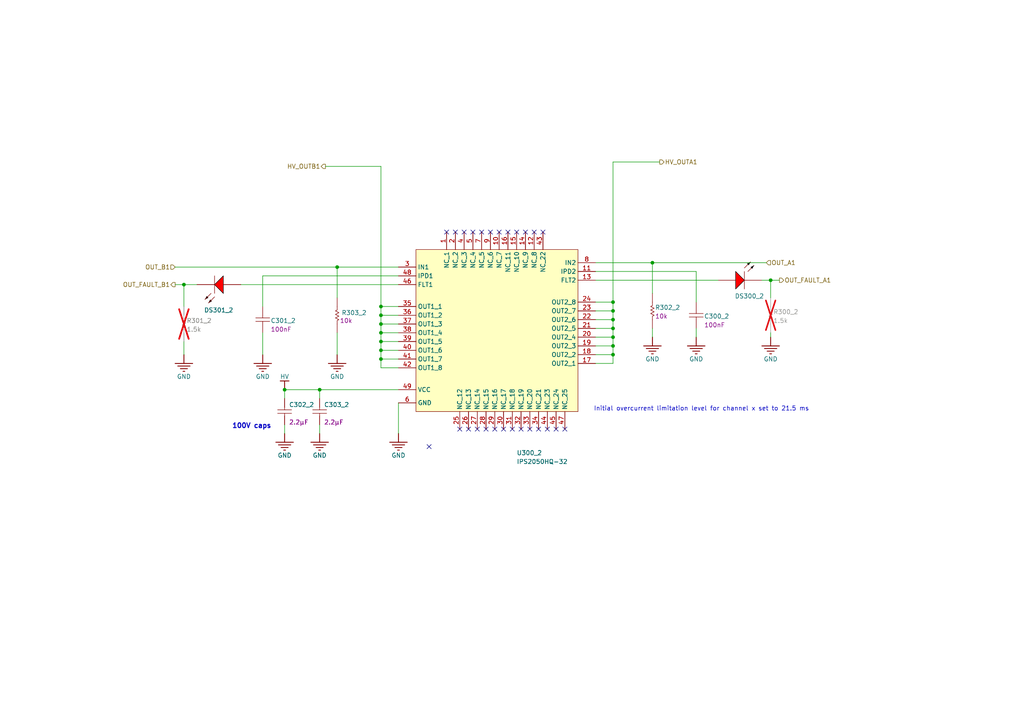
<source format=kicad_sch>
(kicad_sch (version 20250114) (generator "eeschema") (generator_version "9.0")
  (paper "A4")
  (lib_symbols
    (symbol "ARDEP Power IO Shield Symbols:GND_POWER_GROUND" (power)
      (property "Value" "GND" (at 0 -6.35 0))
      (symbol "GND_POWER_GROUND_0_0"
        (polyline (pts (xy -2.54 -2.54) (xy 2.54 -2.54)) (stroke (width 0.254)))
        (polyline (pts (xy -1.778 -3.302) (xy 1.778 -3.302)) (stroke (width 0.254)))
        (polyline (pts (xy -1.016 -4.064) (xy 1.016 -4.064)) (stroke (width 0.254)))
        (polyline (pts (xy -0.254 -4.826) (xy 0.254 -4.826)) (stroke (width 0.254)))
        (polyline (pts (xy 0 0) (xy 0 -2.54)) (stroke (width 0.254)))
        (pin power_in line (at 0 0 0) (length 0) (hide yes) (name "GND") (number ""))
      )
    )
    (symbol "ARDEP Power IO Shield Symbols:HV_BAR" (power)
      (property "Value" "HV" (at 0 -3.81 0))
      (symbol "HV_BAR_0_0"
        (polyline (pts (xy -1.27 -2.54) (xy 1.27 -2.54)) (stroke (width 0.254)))
        (polyline (pts (xy 0 0) (xy 0 -2.54)) (stroke (width 0.254)))
        (pin power_in line (at 0 0 0) (length 0) (hide yes) (name "HV") (number ""))
      )
    )
    (symbol "ARDEP Power IO Shield Symbols:root_0_IPS2050HQ-32_Frickly Systems GmbH"
      (symbol "root_0_IPS2050HQ-32_Frickly Systems GmbH_1_0"
        (rectangle (start 52.07 12.7) (end 5.08 -34.29) (stroke (width 0) (color 128 0 0 1)) (fill (type background)))
        (pin passive line (at 0 7.62 0) (length 5.08) (name "IN1") (number "3"))
        (pin passive line (at 0 5.08 0) (length 5.08) (name "IPD1") (number "48"))
        (pin passive line (at 0 2.54 0) (length 5.08) (name "FLT1") (number "46"))
        (pin passive line (at 0 -3.81 0) (length 5.08) (name "OUT1_1") (number "35"))
        (pin passive line (at 0 -6.35 0) (length 5.08) (name "OUT1_2") (number "36"))
        (pin passive line (at 0 -8.89 0) (length 5.08) (name "OUT1_3") (number "37"))
        (pin passive line (at 0 -11.43 0) (length 5.08) (name "OUT1_4") (number "38"))
        (pin passive line (at 0 -13.97 0) (length 5.08) (name "OUT1_5") (number "39"))
        (pin passive line (at 0 -16.51 0) (length 5.08) (name "OUT1_6") (number "40"))
        (pin passive line (at 0 -19.05 0) (length 5.08) (name "OUT1_7") (number "41"))
        (pin passive line (at 0 -21.59 0) (length 5.08) (name "OUT1_8") (number "42"))
        (pin passive line (at 0 -27.94 0) (length 5.08) (name "VCC") (number "49"))
        (pin passive line (at 0 -31.75 0) (length 5.08) (name "GND") (number "6"))
        (pin passive line (at 13.97 17.78 270) (length 5.08) (name "NC_1") (number "1"))
        (pin passive line (at 16.51 17.78 270) (length 5.08) (name "NC_2") (number "2"))
        (pin passive line (at 17.78 -39.37 90) (length 5.08) (name "NC_12") (number "25"))
        (pin passive line (at 19.05 17.78 270) (length 5.08) (name "NC_3") (number "4"))
        (pin passive line (at 20.32 -39.37 90) (length 5.08) (name "NC_13") (number "26"))
        (pin passive line (at 21.59 17.78 270) (length 5.08) (name "NC_4") (number "5"))
        (pin passive line (at 22.86 -39.37 90) (length 5.08) (name "NC_14") (number "27"))
        (pin passive line (at 24.13 17.78 270) (length 5.08) (name "NC_5") (number "7"))
        (pin passive line (at 25.4 -39.37 90) (length 5.08) (name "NC_15") (number "28"))
        (pin passive line (at 26.67 17.78 270) (length 5.08) (name "NC_6") (number "9"))
        (pin passive line (at 27.94 -39.37 90) (length 5.08) (name "NC_16") (number "29"))
        (pin passive line (at 29.21 17.78 270) (length 5.08) (name "NC_7") (number "10"))
        (pin passive line (at 30.48 -39.37 90) (length 5.08) (name "NC_17") (number "30"))
        (pin passive line (at 31.75 17.78 270) (length 5.08) (name "NC_11") (number "16"))
        (pin passive line (at 33.02 -39.37 90) (length 5.08) (name "NC_18") (number "31"))
        (pin passive line (at 34.29 17.78 270) (length 5.08) (name "NC_10") (number "15"))
        (pin passive line (at 35.56 -39.37 90) (length 5.08) (name "NC_19") (number "32"))
        (pin passive line (at 36.83 17.78 270) (length 5.08) (name "NC_9") (number "14"))
        (pin passive line (at 38.1 -39.37 90) (length 5.08) (name "NC_20") (number "33"))
        (pin passive line (at 39.37 17.78 270) (length 5.08) (name "NC_8") (number "12"))
        (pin passive line (at 40.64 -39.37 90) (length 5.08) (name "NC_21") (number "34"))
        (pin passive line (at 41.91 17.78 270) (length 5.08) (name "NC_22") (number "43"))
        (pin passive line (at 43.18 -39.37 90) (length 5.08) (name "NC_23") (number "44"))
        (pin passive line (at 45.72 -39.37 90) (length 5.08) (name "NC_24") (number "45"))
        (pin passive line (at 48.26 -39.37 90) (length 5.08) (name "NC_25") (number "47"))
        (pin passive line (at 57.15 8.89 180) (length 5.08) (name "IN2") (number "8"))
        (pin passive line (at 57.15 6.35 180) (length 5.08) (name "IPD2") (number "11"))
        (pin passive line (at 57.15 3.81 180) (length 5.08) (name "FLT2") (number "13"))
        (pin passive line (at 57.15 -2.54 180) (length 5.08) (name "OUT2_8") (number "24"))
        (pin passive line (at 57.15 -5.08 180) (length 5.08) (name "OUT2_7") (number "23"))
        (pin passive line (at 57.15 -7.62 180) (length 5.08) (name "OUT2_6") (number "22"))
        (pin passive line (at 57.15 -10.16 180) (length 5.08) (name "OUT2_5") (number "21"))
        (pin passive line (at 57.15 -12.7 180) (length 5.08) (name "OUT2_4") (number "20"))
        (pin passive line (at 57.15 -15.24 180) (length 5.08) (name "OUT2_3") (number "19"))
        (pin passive line (at 57.15 -17.78 180) (length 5.08) (name "OUT2_2") (number "18"))
        (pin passive line (at 57.15 -20.32 180) (length 5.08) (name "OUT2_1") (number "17"))
      )
    )
    (symbol "ARDEP Power IO Shield Symbols:root_0_mirrored_LED-RED-AK-2_Frickly Systems GmbH" (pin_numbers (hide yes)) (pin_names (hide yes))
      (symbol "root_0_mirrored_LED-RED-AK-2_Frickly Systems GmbH_1_0"
        (polyline (pts (xy -2.54 2.54) (xy 0 0) (xy -2.54 -2.54) (xy -2.54 2.54)) (stroke (width 0) (color 0 0 0 1)) (fill (type color) (color 255 0 0 1)))
        (polyline (pts (xy 0 3.556) (xy 1.778 5.334)))
        (polyline (pts (xy 0 -2.54) (xy 0 2.54)))
        (polyline (pts (xy 1.016 2.54) (xy 2.794 4.318)))
        (polyline (pts (xy 1.778 5.334) (xy 1.27 4.318) (xy 0.762 4.826) (xy 1.778 5.334)) (stroke (width -0.0001) (color 0 0 0 1)) (fill (type outline)))
        (polyline (pts (xy 2.794 4.318) (xy 2.286 3.302) (xy 1.778 3.81) (xy 2.794 4.318)) (stroke (width -0.0001) (color 0 0 0 1)) (fill (type outline)))
        (pin passive line (at -7.62 0 0) (length 5.08) (name "A") (number "2"))
        (pin passive line (at 5.08 0 180) (length 5.08) (name "K") (number "1"))
      )
    )
    (symbol "ARDEP Power IO Shield Symbols:root_1_Resistor_Frickly Systems GmbH" (pin_numbers (hide yes)) (pin_names (hide yes))
      (symbol "root_1_Resistor_Frickly Systems GmbH_1_0"
        (polyline (pts (xy 0 5.08) (xy 0 4.064) (xy 0.508 3.81) (xy -0.508 3.302) (xy 0.508 2.794) (xy -0.508 2.286) (xy 0.508 1.778) (xy -0.508 1.27) (xy 0 1.016) (xy 0 0)))
        (pin passive line (at 0 7.62 270) (length 2.54) (name "2") (number "2"))
        (pin passive line (at 0 -2.54 90) (length 2.54) (name "1") (number "1"))
      )
    )
    (symbol "ARDEP Power IO Shield Symbols:root_1_mirrored_Capacitor_Frickly Systems GmbH" (pin_numbers (hide yes)) (pin_names (hide yes))
      (symbol "root_1_mirrored_Capacitor_Frickly Systems GmbH_1_0"
        (polyline (pts (xy -2.032 3.302) (xy 2.032 3.302)))
        (polyline (pts (xy 0 5.08) (xy 0 4.318)))
        (polyline (pts (xy 0 2.54) (xy 0 3.302)))
        (polyline (pts (xy 2.032 4.318) (xy -2.032 4.318)))
        (pin passive line (at 0 7.62 270) (length 2.54) (name "2") (number "2"))
        (pin passive line (at 0 0 90) (length 2.54) (name "1") (number "1"))
      )
    )
    (symbol "ARDEP Power IO Shield Symbols:root_1_mirrored_Resistor_Frickly Systems GmbH" (pin_numbers (hide yes)) (pin_names (hide yes))
      (symbol "root_1_mirrored_Resistor_Frickly Systems GmbH_1_0"
        (polyline (pts (xy 0 5.08) (xy 0 4.064) (xy -0.508 3.81) (xy 0.508 3.302) (xy -0.508 2.794) (xy 0.508 2.286) (xy -0.508 1.778) (xy 0.508 1.27) (xy 0 1.016) (xy 0 0)))
        (pin passive line (at 0 7.62 270) (length 2.54) (name "2") (number "2"))
        (pin passive line (at 0 -2.54 90) (length 2.54) (name "1") (number "1"))
      )
    )
    (symbol "ARDEP Power IO Shield Symbols:root_2_mirrored_LED-RED-AK-2_Frickly Systems GmbH" (pin_numbers (hide yes)) (pin_names (hide yes))
      (symbol "root_2_mirrored_LED-RED-AK-2_Frickly Systems GmbH_1_0"
        (polyline (pts (xy -2.794 -4.318) (xy -2.286 -3.302) (xy -1.778 -3.81) (xy -2.794 -4.318)) (stroke (width -0.0001) (color 0 0 0 1)) (fill (type outline)))
        (polyline (pts (xy -1.778 -5.334) (xy -1.27 -4.318) (xy -0.762 -4.826) (xy -1.778 -5.334)) (stroke (width -0.0001) (color 0 0 0 1)) (fill (type outline)))
        (polyline (pts (xy -1.016 -2.54) (xy -2.794 -4.318)))
        (polyline (pts (xy 0 2.54) (xy 0 -2.54)))
        (polyline (pts (xy 0 -3.556) (xy -1.778 -5.334)))
        (polyline (pts (xy 2.54 -2.54) (xy 0 0) (xy 2.54 2.54) (xy 2.54 -2.54)) (stroke (width 0) (color 0 0 0 1)) (fill (type color) (color 255 0 0 1)))
        (pin passive line (at -5.08 0 0) (length 5.08) (name "K") (number "1"))
        (pin passive line (at 7.62 0 180) (length 5.08) (name "A") (number "2"))
      )
    )
    (symbol "root_1_mirrored_Capacitor_Frickly Systems GmbH_1" (pin_numbers (hide yes)) (pin_names (hide yes))
      (symbol "root_1_mirrored_Capacitor_Frickly Systems GmbH_1_1_0"
        (polyline (pts (xy -2.032 3.302) (xy 2.032 3.302)))
        (polyline (pts (xy 0 5.08) (xy 0 4.318)))
        (polyline (pts (xy 0 2.54) (xy 0 3.302)))
        (polyline (pts (xy 2.032 4.318) (xy -2.032 4.318)))
        (pin passive line (at 0 7.62 270) (length 2.54) (name "2") (number "2"))
        (pin passive line (at 0 0 90) (length 2.54) (name "1") (number "1"))
      )
    )
    (symbol "root_1_mirrored_Capacitor_Frickly Systems GmbH_2" (pin_numbers (hide yes)) (pin_names (hide yes))
      (symbol "root_1_mirrored_Capacitor_Frickly Systems GmbH_2_1_0"
        (polyline (pts (xy -2.032 3.302) (xy 2.032 3.302)))
        (polyline (pts (xy 0 5.08) (xy 0 4.318)))
        (polyline (pts (xy 0 2.54) (xy 0 3.302)))
        (polyline (pts (xy 2.032 4.318) (xy -2.032 4.318)))
        (pin passive line (at 0 7.62 270) (length 2.54) (name "2") (number "2"))
        (pin passive line (at 0 0 90) (length 2.54) (name "1") (number "1"))
      )
    )
  )
  (text "100V caps" (at 78.74 124.46 0) (effects (font (size 1.397 1.397) (thickness 0.2794) (bold yes)) (justify right bottom)))
  (text "Initial overcurrent limitation level for channel x set to 21.5 ms" (at 234.696 119.38 0) (effects (font (size 1.27 1.27)) (justify right bottom)))
  (junction (at 223.52 81.28))
  (junction (at 177.8 100.33))
  (junction (at 177.8 102.87))
  (junction (at 189.23 76.2))
  (junction (at 110.49 91.44))
  (junction (at 110.49 93.98))
  (junction (at 110.49 88.9))
  (junction (at 110.49 101.6))
  (junction (at 110.49 99.06))
  (junction (at 97.79 77.47))
  (junction (at 177.8 90.17))
  (junction (at 53.34 82.55))
  (junction (at 177.8 97.79))
  (junction (at 177.8 95.25))
  (junction (at 177.8 92.71))
  (junction (at 110.49 104.14))
  (junction (at 82.55 113.03))
  (junction (at 92.71 113.03))
  (junction (at 177.8 87.63))
  (junction (at 110.49 96.52))
  (no_connect (at 134.62 67.31))
  (no_connect (at 138.43 124.46))
  (no_connect (at 161.29 124.46))
  (no_connect (at 133.35 124.46))
  (no_connect (at 152.4 67.31))
  (no_connect (at 154.94 67.31))
  (no_connect (at 149.86 67.31))
  (no_connect (at 140.97 124.46))
  (no_connect (at 151.13 124.46))
  (no_connect (at 144.78 67.31))
  (no_connect (at 124.46 129.54))
  (no_connect (at 147.32 67.31))
  (no_connect (at 156.21 124.46))
  (no_connect (at 135.89 124.46))
  (no_connect (at 158.75 124.46))
  (no_connect (at 143.51 124.46))
  (no_connect (at 139.7 67.31))
  (no_connect (at 157.48 67.31))
  (no_connect (at 148.59 124.46))
  (no_connect (at 142.24 67.31))
  (no_connect (at 129.54 67.31))
  (no_connect (at 132.08 67.31))
  (no_connect (at 146.05 124.46))
  (no_connect (at 137.16 67.31))
  (no_connect (at 153.67 124.46))
  (no_connect (at 163.83 124.46))
  (wire (pts (xy 76.2 80.01) (xy 76.2 88.9)))
  (wire (pts (xy 110.49 48.26) (xy 110.49 88.9)))
  (wire (pts (xy 189.23 97.79) (xy 189.23 95.25)))
  (wire (pts (xy 97.79 77.47) (xy 97.79 86.36)))
  (wire (pts (xy 115.57 77.47) (xy 97.79 77.47)))
  (wire (pts (xy 177.8 95.25) (xy 177.8 97.79)))
  (wire (pts (xy 177.8 97.79) (xy 177.8 100.33)))
  (wire (pts (xy 97.79 77.47) (xy 50.8 77.47)))
  (wire (pts (xy 172.72 81.28) (xy 208.28 81.28)))
  (wire (pts (xy 177.8 87.63) (xy 172.72 87.63)))
  (wire (pts (xy 53.34 82.55) (xy 57.15 82.55)))
  (wire (pts (xy 201.93 97.79) (xy 201.93 95.25)))
  (wire (pts (xy 172.72 78.74) (xy 201.93 78.74)))
  (wire (pts (xy 82.55 113.03) (xy 82.55 115.57)))
  (wire (pts (xy 177.8 100.33) (xy 172.72 100.33)))
  (wire (pts (xy 177.8 90.17) (xy 172.72 90.17)))
  (wire (pts (xy 53.34 88.9) (xy 53.34 82.55)))
  (wire (pts (xy 177.8 46.99) (xy 177.8 87.63)))
  (wire (pts (xy 201.93 78.74) (xy 201.93 87.63)))
  (wire (pts (xy 177.8 92.71) (xy 172.72 92.71)))
  (wire (pts (xy 110.49 91.44) (xy 110.49 93.98)))
  (wire (pts (xy 110.49 88.9) (xy 115.57 88.9)))
  (wire (pts (xy 110.49 99.06) (xy 115.57 99.06)))
  (wire (pts (xy 92.71 123.19) (xy 92.71 125.73)))
  (wire (pts (xy 222.25 76.2) (xy 189.23 76.2)))
  (wire (pts (xy 110.49 101.6) (xy 115.57 101.6)))
  (wire (pts (xy 223.52 81.28) (xy 226.06 81.28)))
  (wire (pts (xy 220.98 81.28) (xy 223.52 81.28)))
  (wire (pts (xy 177.8 97.79) (xy 172.72 97.79)))
  (wire (pts (xy 115.57 80.01) (xy 76.2 80.01)))
  (wire (pts (xy 92.71 113.03) (xy 115.57 113.03)))
  (wire (pts (xy 94.398 48.26) (xy 110.49 48.26)))
  (wire (pts (xy 110.49 93.98) (xy 115.57 93.98)))
  (wire (pts (xy 223.52 86.36) (xy 223.52 81.28)))
  (wire (pts (xy 110.49 106.68) (xy 115.57 106.68)))
  (wire (pts (xy 50.8 82.55) (xy 53.34 82.55)))
  (wire (pts (xy 69.85 82.55) (xy 115.57 82.55)))
  (wire (pts (xy 177.8 102.87) (xy 172.72 102.87)))
  (wire (pts (xy 110.49 104.14) (xy 115.57 104.14)))
  (wire (pts (xy 177.8 105.41) (xy 172.72 105.41)))
  (wire (pts (xy 92.71 115.57) (xy 92.71 113.03)))
  (wire (pts (xy 191.352 46.99) (xy 177.8 46.99)))
  (wire (pts (xy 97.79 102.87) (xy 97.79 96.52)))
  (wire (pts (xy 189.23 85.09) (xy 189.23 76.2)))
  (wire (pts (xy 82.55 123.19) (xy 82.55 125.73)))
  (wire (pts (xy 177.8 95.25) (xy 172.72 95.25)))
  (wire (pts (xy 53.34 102.87) (xy 53.34 99.06)))
  (wire (pts (xy 110.49 88.9) (xy 110.49 91.44)))
  (wire (pts (xy 177.8 87.63) (xy 177.8 90.17)))
  (wire (pts (xy 223.52 97.79) (xy 223.52 96.52)))
  (wire (pts (xy 110.49 93.98) (xy 110.49 96.52)))
  (wire (pts (xy 189.23 76.2) (xy 172.72 76.2)))
  (wire (pts (xy 82.55 113.03) (xy 92.71 113.03)))
  (wire (pts (xy 177.8 102.87) (xy 177.8 105.41)))
  (wire (pts (xy 177.8 90.17) (xy 177.8 92.71)))
  (wire (pts (xy 110.49 101.6) (xy 110.49 104.14)))
  (wire (pts (xy 110.49 91.44) (xy 115.57 91.44)))
  (wire (pts (xy 76.2 102.87) (xy 76.2 96.52)))
  (wire (pts (xy 115.57 125.73) (xy 115.57 116.84)))
  (wire (pts (xy 110.49 99.06) (xy 110.49 101.6)))
  (wire (pts (xy 177.8 92.71) (xy 177.8 95.25)))
  (wire (pts (xy 177.8 100.33) (xy 177.8 102.87)))
  (wire (pts (xy 110.49 96.52) (xy 115.57 96.52)))
  (wire (pts (xy 110.49 96.52) (xy 110.49 99.06)))
  (wire (pts (xy 110.49 104.14) (xy 110.49 106.68)))
  (hierarchical_label "OUT_B1" (shape input) (at 50.8 77.47 180))
  (hierarchical_label "HV_OUTB1" (shape output) (at 94.398 48.26 180))
  (hierarchical_label "HV_OUTA1" (shape output) (at 191.352 46.99 0))
  (hierarchical_label "OUT_FAULT_B1" (shape output) (at 50.8 82.55 180))
  (hierarchical_label "OUT_FAULT_A1" (shape output) (at 226.06 81.28 0))
  (hierarchical_label "OUT_A1" (shape input) (at 222.25 76.2 0))
  (symbol (lib_id "ARDEP Power IO Shield Symbols:GND_POWER_GROUND") (at 223.52 97.79 0) (unit 1)
    (property "Reference" "#PWR031" (effects (hide yes)))
    (property "Value" "GND" (at 223.52 104.14 0))
  )
  (symbol (lib_id "ARDEP Power IO Shield Symbols:GND_POWER_GROUND") (at 189.23 97.79 0) (unit 1)
    (property "Reference" "#PWR029" (effects (hide yes)))
    (property "Value" "GND" (at 189.23 104.14 0))
  )
  (symbol (lib_id "ARDEP Power IO Shield Symbols:root_0_mirrored_LED-RED-AK-2_Frickly Systems GmbH") (at 215.9 81.28 0) (unit 1)
    (property "Reference" "DS300_2" (at 213.106 86.614 0) (effects (justify left bottom)))
    (property "Value" "150080RS75000" (effects (hide yes)))
    (property "Footprint" "LED_0805_JB" (effects (hide yes)))
    (property "Description" "Single Color LED, Red, Water Clear, 1.4mm" (effects (hide yes)))
    (property "PINS" "2" (effects (hide yes)))
    (property "FORWARD VOLTAGE" "2V" (effects (hide yes)))
    (property "COLOUR" "Red" (effects (hide yes)))
    (property "ROHS COMPLIANT" "Yes" (effects (hide yes)))
    (property "MAX OPERATING TEMPERATURE" "85°C" (effects (hide yes)))
    (property "CASE/PACKAGE" "0805" (effects (hide yes)))
    (property "MOUNTING TECHNOLOGY" "SMD" (effects (hide yes)))
    (property "MIN OPERATING TEMPERATURE" "-40°C" (effects (hide yes)))
    (property "FORWARD CURRENT" "20mA" (effects (hide yes)))
  )
  (symbol (lib_id "ARDEP Power IO Shield Symbols:root_0_IPS2050HQ-32_Frickly Systems GmbH") (at 115.57 85.09 0) (unit 1)
    (property "Reference" "U300_2" (at 149.86 132.08 0) (effects (justify left bottom)))
    (property "Value" "IPS2050HQ-32" (at 149.86 134.62 0) (effects (justify left bottom)))
    (property "Footprint" "QFN50P800X600X90_HS-49N" (effects (hide yes)))
    (property "Description" "High efficiency, high-side switch with extended diagnostics and smart driving for capacitive loads" (effects (hide yes)))
    (property "OPERATING TEMPERATURE MIN" "-40" (effects (hide yes)))
    (property "OPERATING TEMPERATURE MAX" "125" (effects (hide yes)))
    (property "PACKAGING" "QFN-48" (effects (hide yes)))
    (property "MOUNT" "SMD" (effects (hide yes)))
    (property "PIN COUNT" "48" (effects (hide yes)))
    (property "MAX OUTPUT CURRENT" "5.6A" (effects (hide yes)))
    (property "MAX SUPPLY VOLTAGE" "60V" (effects (hide yes)))
    (property "MIN SUPPLY VOLTAGE" "8V" (effects (hide yes)))
    (property "NUMBER OF CHANNELS" "2" (effects (hide yes)))
    (property "NUMBER OF TERMINALS" "48" (effects (hide yes)))
    (property "TERMINAL PITCH" "500µm" (effects (hide yes)))
  )
  (symbol (lib_id "ARDEP Power IO Shield Symbols:GND_POWER_GROUND") (at 53.34 102.87 0) (unit 1)
    (property "Reference" "#PWR022" (effects (hide yes)))
    (property "Value" "GND" (at 53.34 109.22 0))
  )
  (symbol (lib_id "ARDEP Power IO Shield Symbols:GND_POWER_GROUND") (at 82.55 125.73 0) (unit 1)
    (property "Reference" "#PWR025" (effects (hide yes)))
    (property "Value" "GND" (at 82.55 132.08 0))
  )
  (symbol (lib_id "ARDEP Power IO Shield Symbols:root_1_mirrored_Resistor_Frickly Systems GmbH") (at 97.79 93.98 0) (unit 1)
    (property "Reference" "R303_2" (at 99.06 91.44 0) (effects (justify left bottom)))
    (property "Value" "Resistor 10k +/-1% 0603 100mW" (effects (hide yes)))
    (property "Footprint" "R_0603_JB" (effects (hide yes)))
    (property "Description" "Chip Resistor, 10 KOhm, +/-1%, 0.1 W, -55 to 155 degC, 0603 (1608 Metric)" (effects (hide yes)))
    (property "ALTIUM_VALUE" "10k" (at 98.552 93.726 0) (effects (justify left bottom)))
    (property "MAX OPERATING TEMPERATURE" "155°C" (effects (hide yes)))
    (property "ROHS COMPLIANT" "Yes" (effects (hide yes)))
    (property "TOLERANCE" "1%" (effects (hide yes)))
    (property "PINS" "2" (effects (hide yes)))
    (property "POWER" "100mW" (effects (hide yes)))
    (property "MIN OPERATING TEMPERATURE" "-55°C" (effects (hide yes)))
    (property "MOUNTING TECHNOLOGY" "Surface Mount" (effects (hide yes)))
    (property "CASE/PACKAGE" "0603" (effects (hide yes)))
    (property "VOLTAGE RATING" "75V" (effects (hide yes)))
  )
  (symbol (lib_id "ARDEP Power IO Shield Symbols:HV_BAR") (at 82.55 113.03 180) (unit 1)
    (property "Reference" "#PWR024" (effects (hide yes)))
    (property "Value" "HV" (at 82.55 109.22 0))
  )
  (symbol (lib_id "ARDEP Power IO Shield Symbols:root_1_mirrored_Resistor_Frickly Systems GmbH") (at 189.23 92.71 0) (unit 1)
    (property "Reference" "R302_2" (at 189.992 89.916 0) (effects (justify left bottom)))
    (property "Value" "Resistor 10k +/-1% 0603 100mW" (effects (hide yes)))
    (property "Footprint" "R_0603_JB" (effects (hide yes)))
    (property "Description" "Chip Resistor, 10 KOhm, +/-1%, 0.1 W, -55 to 155 degC, 0603 (1608 Metric)" (effects (hide yes)))
    (property "ALTIUM_VALUE" "10k" (at 189.992 92.456 0) (effects (justify left bottom)))
    (property "MAX OPERATING TEMPERATURE" "155°C" (effects (hide yes)))
    (property "ROHS COMPLIANT" "Yes" (effects (hide yes)))
    (property "TOLERANCE" "1%" (effects (hide yes)))
    (property "PINS" "2" (effects (hide yes)))
    (property "POWER" "100mW" (effects (hide yes)))
    (property "MIN OPERATING TEMPERATURE" "-55°C" (effects (hide yes)))
    (property "MOUNTING TECHNOLOGY" "Surface Mount" (effects (hide yes)))
    (property "CASE/PACKAGE" "0603" (effects (hide yes)))
    (property "VOLTAGE RATING" "75V" (effects (hide yes)))
  )
  (symbol (lib_id "ARDEP Power IO Shield Symbols:GND_POWER_GROUND") (at 115.57 125.73 0) (unit 1)
    (property "Reference" "#PWR028" (effects (hide yes)))
    (property "Value" "GND" (at 115.57 132.08 0))
  )
  (symbol (lib_id "ARDEP Power IO Shield Symbols:root_2_mirrored_LED-RED-AK-2_Frickly Systems GmbH") (at 62.23 82.55 0) (unit 1)
    (property "Reference" "DS301_2" (at 59.182 90.678 0) (effects (justify left bottom)))
    (property "Value" "150080RS75000" (effects (hide yes)))
    (property "Footprint" "LED_0805_JB" (effects (hide yes)))
    (property "Description" "Single Color LED, Red, Water Clear, 1.4mm" (effects (hide yes)))
    (property "PINS" "2" (effects (hide yes)))
    (property "FORWARD VOLTAGE" "2V" (effects (hide yes)))
    (property "COLOUR" "Red" (effects (hide yes)))
    (property "ROHS COMPLIANT" "Yes" (effects (hide yes)))
    (property "MAX OPERATING TEMPERATURE" "85°C" (effects (hide yes)))
    (property "CASE/PACKAGE" "0805" (effects (hide yes)))
    (property "MOUNTING TECHNOLOGY" "SMD" (effects (hide yes)))
    (property "MIN OPERATING TEMPERATURE" "-40°C" (effects (hide yes)))
    (property "FORWARD CURRENT" "20mA" (effects (hide yes)))
  )
  (symbol (lib_id "ARDEP Power IO Shield Symbols:GND_POWER_GROUND") (at 97.79 102.87 0) (unit 1)
    (property "Reference" "#PWR027" (effects (hide yes)))
    (property "Value" "GND" (at 97.79 109.22 0))
  )
  (symbol (lib_id "ARDEP Power IO Shield Symbols:GND_POWER_GROUND") (at 76.2 102.87 0) (unit 1)
    (property "Reference" "#PWR023" (effects (hide yes)))
    (property "Value" "GND" (at 76.2 109.22 0))
  )
  (symbol (lib_name "root_1_mirrored_Capacitor_Frickly Systems GmbH_1") (lib_id "ARDEP Power IO Shield Symbols:root_1_mirrored_Capacitor_Frickly Systems GmbH_1") (at 201.93 95.25 0) (unit 1)
    (property "Reference" "C300_2" (at 204.216 92.456 0) (effects (justify left bottom)))
    (property "Value" "C-100nF-10%-50V-0603-X7R" (effects (hide yes)))
    (property "Footprint" "C_0603_JB" (effects (hide yes)))
    (property "Description" "Ceramic Capacitor, Multilayer, Ceramic, 50V, 10% +Tol, 10% -Tol, X7R, 15% TC, 0.1uF, Surface Mount, 0603" (effects (hide yes)))
    (property "CASE/PACKAGE" "0603" (effects (hide yes)))
    (property "TOLERANCE" "10%" (effects (hide yes)))
    (property "ROHS COMPLIANT" "True" (effects (hide yes)))
    (property "MAX OPERATING TEMPERATURE" "125°C" (effects (hide yes)))
    (property "MIN OPERATING TEMPERATURE" "-55°C" (effects (hide yes)))
    (property "CAPACITANCE" "100nF" (at 204.216 94.996 0) (effects (justify left bottom)))
    (property "DIELECTRIC MATERIAL" "Ceramic" (effects (hide yes)))
    (property "MOUNT" "Surface Mount" (effects (hide yes)))
    (property "RATED DC VOLTAGE (URDC)" "50V" (effects (hide yes)))
    (property "TEMPERATURE CHARACTERISTICS CODE" "X7R" (effects (hide yes)))
  )
  (symbol (lib_id "ARDEP Power IO Shield Symbols:GND_POWER_GROUND") (at 92.71 125.73 0) (unit 1)
    (property "Reference" "#PWR026" (effects (hide yes)))
    (property "Value" "GND" (at 92.71 132.08 0))
  )
  (symbol (lib_name "root_1_mirrored_Capacitor_Frickly Systems GmbH_2") (lib_id "ARDEP Power IO Shield Symbols:root_1_mirrored_Capacitor_Frickly Systems GmbH_2") (at 76.2 96.52 0) (unit 1)
    (property "Reference" "C301_2" (at 78.486 93.726 0) (effects (justify left bottom)))
    (property "Value" "C-100nF-10%-50V-0603-X7R" (effects (hide yes)))
    (property "Footprint" "C_0603_JB" (effects (hide yes)))
    (property "Description" "Ceramic Capacitor, Multilayer, Ceramic, 50V, 10% +Tol, 10% -Tol, X7R, 15% TC, 0.1uF, Surface Mount, 0603" (effects (hide yes)))
    (property "CASE/PACKAGE" "0603" (effects (hide yes)))
    (property "TOLERANCE" "10%" (effects (hide yes)))
    (property "ROHS COMPLIANT" "True" (effects (hide yes)))
    (property "MAX OPERATING TEMPERATURE" "125°C" (effects (hide yes)))
    (property "MIN OPERATING TEMPERATURE" "-55°C" (effects (hide yes)))
    (property "CAPACITANCE" "100nF" (at 78.486 96.266 0) (effects (justify left bottom)))
    (property "DIELECTRIC MATERIAL" "Ceramic" (effects (hide yes)))
    (property "MOUNT" "Surface Mount" (effects (hide yes)))
    (property "RATED DC VOLTAGE (URDC)" "50V" (effects (hide yes)))
    (property "TEMPERATURE CHARACTERISTICS CODE" "X7R" (effects (hide yes)))
  )
  (symbol (lib_id "ARDEP Power IO Shield Symbols:GND_POWER_GROUND") (at 201.93 97.79 0) (unit 1)
    (property "Reference" "#PWR030" (effects (hide yes)))
    (property "Value" "GND" (at 201.93 104.14 0))
  )
  (symbol (lib_id "ARDEP Power IO Shield Symbols:root_1_mirrored_Capacitor_Frickly Systems GmbH") (at 92.71 123.19 0) (unit 1)
    (property "Reference" "C303_2" (at 93.98 118.11 0) (effects (justify left bottom)))
    (property "Value" "C-2.2uF-10%-100V-1210-X7R" (effects (hide yes)))
    (property "Footprint" "C_1210" (effects (hide yes)))
    (property "Description" "Ceramic Capacitor, Multilayer, Ceramic, 100V, 10% +Tol, 10% -Tol, X7R, 15% TC, 2.2uF, Surface Mount, 1210" (effects (hide yes)))
    (property "MIN OPERATING TEMPERATURE" "-55°C" (effects (hide yes)))
    (property "TOLERANCE" "10%" (effects (hide yes)))
    (property "MAX OPERATING TEMPERATURE" "125°C" (effects (hide yes)))
    (property "CASE/PACKAGE" "1210" (effects (hide yes)))
    (property "ROHS COMPLIANT" "Yes" (effects (hide yes)))
    (property "DIELECTRIC MATERIAL" "Ceramic" (effects (hide yes)))
    (property "CAPACITANCE" "2.2µF" (at 93.98 123.19 0) (effects (justify left bottom)))
    (property "RATED DC VOLTAGE (URDC)" "100V" (effects (hide yes)))
    (property "TEMPERATURE CHARACTERISTICS CODE" "X7R" (effects (hide yes)))
    (property "MOUNT" "Surface Mount" (effects (hide yes)))
    (property "TO BE CHECKED" "Yes, Part choices" (effects (hide yes)))
  )
  (symbol (lib_id "ARDEP Power IO Shield Symbols:root_1_Resistor_Frickly Systems GmbH") (at 53.34 96.52 0) (unit 1) (dnp yes)
    (property "Reference" "R301_2" (at 54.102 93.726 0) (effects (justify left bottom)))
    (property "Value" "1k5 +/-1% 0603 100 mW" (effects (hide yes)))
    (property "Footprint" "R_0603_JB" (effects (hide yes)))
    (property "Description" "Chip Resistor, 1,5 KOhm, +/-1%, 0.1 W, -55 to 155 degC, 0603 (1608 Metric)" (effects (hide yes)))
    (property "PINS" "2" (effects (hide yes)))
    (property "MIN OPERATING TEMPERATURE" "-55°C" (effects (hide yes)))
    (property "ROHS COMPLIANT" "True" (effects (hide yes)))
    (property "POWER" "100mW" (effects (hide yes)))
    (property "TOLERANCE" "1%" (effects (hide yes)))
    (property "ALTIUM_VALUE" "1.5k" (at 54.102 96.266 0) (effects (justify left bottom)))
    (property "MOUNTING TECHNOLOGY" "SM" (effects (hide yes)))
    (property "CASE/PACKAGE" "0603" (effects (hide yes)))
    (property "MAX OPERATING TEMPERATURE" "155°C" (effects (hide yes)))
    (property "VOLTAGE RATING" "50V" (effects (hide yes)))
  )
  (symbol (lib_id "ARDEP Power IO Shield Symbols:root_1_Resistor_Frickly Systems GmbH") (at 223.52 93.98 0) (unit 1) (dnp yes)
    (property "Reference" "R300_2" (at 224.282 91.186 0) (effects (justify left bottom)))
    (property "Value" "1k5 +/-1% 0603 100 mW" (effects (hide yes)))
    (property "Footprint" "R_0603_JB" (effects (hide yes)))
    (property "Description" "Chip Resistor, 1,5 KOhm, +/-1%, 0.1 W, -55 to 155 degC, 0603 (1608 Metric)" (effects (hide yes)))
    (property "PINS" "2" (effects (hide yes)))
    (property "MIN OPERATING TEMPERATURE" "-55°C" (effects (hide yes)))
    (property "ROHS COMPLIANT" "True" (effects (hide yes)))
    (property "POWER" "100mW" (effects (hide yes)))
    (property "TOLERANCE" "1%" (effects (hide yes)))
    (property "ALTIUM_VALUE" "1.5k" (at 224.282 93.726 0) (effects (justify left bottom)))
    (property "MOUNTING TECHNOLOGY" "SM" (effects (hide yes)))
    (property "CASE/PACKAGE" "0603" (effects (hide yes)))
    (property "MAX OPERATING TEMPERATURE" "155°C" (effects (hide yes)))
    (property "VOLTAGE RATING" "50V" (effects (hide yes)))
  )
  (symbol (lib_id "ARDEP Power IO Shield Symbols:root_1_mirrored_Capacitor_Frickly Systems GmbH") (at 82.55 123.19 0) (unit 1)
    (property "Reference" "C302_2" (at 83.82 118.11 0) (effects (justify left bottom)))
    (property "Value" "C-2.2uF-10%-100V-1210-X7R" (effects (hide yes)))
    (property "Footprint" "C_1210" (effects (hide yes)))
    (property "Description" "Ceramic Capacitor, Multilayer, Ceramic, 100V, 10% +Tol, 10% -Tol, X7R, 15% TC, 2.2uF, Surface Mount, 1210" (effects (hide yes)))
    (property "MIN OPERATING TEMPERATURE" "-55°C" (effects (hide yes)))
    (property "TOLERANCE" "10%" (effects (hide yes)))
    (property "MAX OPERATING TEMPERATURE" "125°C" (effects (hide yes)))
    (property "CASE/PACKAGE" "1210" (effects (hide yes)))
    (property "ROHS COMPLIANT" "Yes" (effects (hide yes)))
    (property "DIELECTRIC MATERIAL" "Ceramic" (effects (hide yes)))
    (property "CAPACITANCE" "2.2µF" (at 83.82 123.19 0) (effects (justify left bottom)))
    (property "RATED DC VOLTAGE (URDC)" "100V" (effects (hide yes)))
    (property "TEMPERATURE CHARACTERISTICS CODE" "X7R" (effects (hide yes)))
    (property "MOUNT" "Surface Mount" (effects (hide yes)))
    (property "TO BE CHECKED" "Yes, Part choices" (effects (hide yes)))
  )
)
</source>
